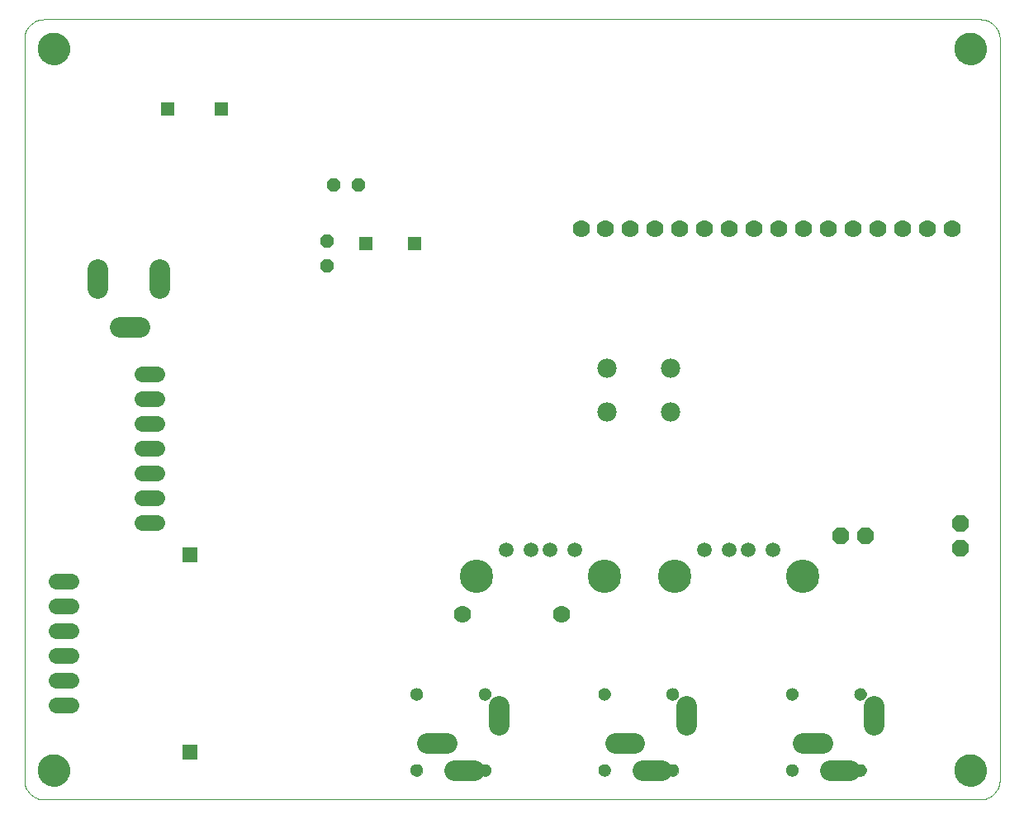
<source format=gbs>
G75*
G70*
%OFA0B0*%
%FSLAX24Y24*%
%IPPOS*%
%LPD*%
%AMOC8*
5,1,8,0,0,1.08239X$1,22.5*
%
%ADD10C,0.0000*%
%ADD11C,0.1300*%
%ADD12C,0.0827*%
%ADD13C,0.0512*%
%ADD14C,0.1346*%
%ADD15C,0.0594*%
%ADD16R,0.0555X0.0555*%
%ADD17C,0.0700*%
%ADD18OC8,0.0560*%
%ADD19R,0.0634X0.0634*%
%ADD20C,0.0640*%
%ADD21OC8,0.0670*%
%ADD22C,0.0780*%
D10*
X005277Y004117D02*
X043073Y004117D01*
X043127Y004119D01*
X043180Y004124D01*
X043233Y004133D01*
X043285Y004146D01*
X043337Y004162D01*
X043387Y004182D01*
X043435Y004205D01*
X043482Y004232D01*
X043527Y004261D01*
X043570Y004294D01*
X043610Y004329D01*
X043648Y004367D01*
X043683Y004407D01*
X043716Y004450D01*
X043745Y004495D01*
X043772Y004542D01*
X043795Y004590D01*
X043815Y004640D01*
X043831Y004692D01*
X043844Y004744D01*
X043853Y004797D01*
X043858Y004850D01*
X043860Y004904D01*
X043860Y034826D01*
X043858Y034880D01*
X043853Y034933D01*
X043844Y034986D01*
X043831Y035038D01*
X043815Y035090D01*
X043795Y035140D01*
X043772Y035188D01*
X043745Y035235D01*
X043716Y035280D01*
X043683Y035323D01*
X043648Y035363D01*
X043610Y035401D01*
X043570Y035436D01*
X043527Y035469D01*
X043482Y035498D01*
X043435Y035525D01*
X043387Y035548D01*
X043337Y035568D01*
X043285Y035584D01*
X043233Y035597D01*
X043180Y035606D01*
X043127Y035611D01*
X043073Y035613D01*
X005277Y035613D01*
X005223Y035611D01*
X005170Y035606D01*
X005117Y035597D01*
X005065Y035584D01*
X005013Y035568D01*
X004963Y035548D01*
X004915Y035525D01*
X004868Y035498D01*
X004823Y035469D01*
X004780Y035436D01*
X004740Y035401D01*
X004702Y035363D01*
X004667Y035323D01*
X004634Y035280D01*
X004605Y035235D01*
X004578Y035188D01*
X004555Y035140D01*
X004535Y035090D01*
X004519Y035038D01*
X004506Y034986D01*
X004497Y034933D01*
X004492Y034880D01*
X004490Y034826D01*
X004490Y004904D01*
X004492Y004850D01*
X004497Y004797D01*
X004506Y004744D01*
X004519Y004692D01*
X004535Y004640D01*
X004555Y004590D01*
X004578Y004542D01*
X004605Y004495D01*
X004634Y004450D01*
X004667Y004407D01*
X004702Y004367D01*
X004740Y004329D01*
X004780Y004294D01*
X004823Y004261D01*
X004868Y004232D01*
X004915Y004205D01*
X004963Y004182D01*
X005013Y004162D01*
X005065Y004146D01*
X005117Y004133D01*
X005170Y004124D01*
X005223Y004119D01*
X005277Y004117D01*
X005041Y005298D02*
X005043Y005348D01*
X005049Y005398D01*
X005059Y005447D01*
X005073Y005495D01*
X005090Y005542D01*
X005111Y005587D01*
X005136Y005631D01*
X005164Y005672D01*
X005196Y005711D01*
X005230Y005748D01*
X005267Y005782D01*
X005307Y005812D01*
X005349Y005839D01*
X005393Y005863D01*
X005439Y005884D01*
X005486Y005900D01*
X005534Y005913D01*
X005584Y005922D01*
X005633Y005927D01*
X005684Y005928D01*
X005734Y005925D01*
X005783Y005918D01*
X005832Y005907D01*
X005880Y005892D01*
X005926Y005874D01*
X005971Y005852D01*
X006014Y005826D01*
X006055Y005797D01*
X006094Y005765D01*
X006130Y005730D01*
X006162Y005692D01*
X006192Y005652D01*
X006219Y005609D01*
X006242Y005565D01*
X006261Y005519D01*
X006277Y005471D01*
X006289Y005422D01*
X006297Y005373D01*
X006301Y005323D01*
X006301Y005273D01*
X006297Y005223D01*
X006289Y005174D01*
X006277Y005125D01*
X006261Y005077D01*
X006242Y005031D01*
X006219Y004987D01*
X006192Y004944D01*
X006162Y004904D01*
X006130Y004866D01*
X006094Y004831D01*
X006055Y004799D01*
X006014Y004770D01*
X005971Y004744D01*
X005926Y004722D01*
X005880Y004704D01*
X005832Y004689D01*
X005783Y004678D01*
X005734Y004671D01*
X005684Y004668D01*
X005633Y004669D01*
X005584Y004674D01*
X005534Y004683D01*
X005486Y004696D01*
X005439Y004712D01*
X005393Y004733D01*
X005349Y004757D01*
X005307Y004784D01*
X005267Y004814D01*
X005230Y004848D01*
X005196Y004885D01*
X005164Y004924D01*
X005136Y004965D01*
X005111Y005009D01*
X005090Y005054D01*
X005073Y005101D01*
X005059Y005149D01*
X005049Y005198D01*
X005043Y005248D01*
X005041Y005298D01*
X020083Y005306D02*
X020085Y005336D01*
X020091Y005366D01*
X020100Y005395D01*
X020113Y005422D01*
X020130Y005447D01*
X020149Y005470D01*
X020172Y005491D01*
X020197Y005508D01*
X020223Y005522D01*
X020252Y005532D01*
X020281Y005539D01*
X020311Y005542D01*
X020342Y005541D01*
X020372Y005536D01*
X020401Y005527D01*
X020428Y005515D01*
X020454Y005500D01*
X020478Y005481D01*
X020499Y005459D01*
X020517Y005435D01*
X020532Y005408D01*
X020543Y005380D01*
X020551Y005351D01*
X020555Y005321D01*
X020555Y005291D01*
X020551Y005261D01*
X020543Y005232D01*
X020532Y005204D01*
X020517Y005177D01*
X020499Y005153D01*
X020478Y005131D01*
X020454Y005112D01*
X020428Y005097D01*
X020401Y005085D01*
X020372Y005076D01*
X020342Y005071D01*
X020311Y005070D01*
X020281Y005073D01*
X020252Y005080D01*
X020223Y005090D01*
X020197Y005104D01*
X020172Y005121D01*
X020149Y005142D01*
X020130Y005165D01*
X020113Y005190D01*
X020100Y005217D01*
X020091Y005246D01*
X020085Y005276D01*
X020083Y005306D01*
X022839Y005306D02*
X022841Y005336D01*
X022847Y005366D01*
X022856Y005395D01*
X022869Y005422D01*
X022886Y005447D01*
X022905Y005470D01*
X022928Y005491D01*
X022953Y005508D01*
X022979Y005522D01*
X023008Y005532D01*
X023037Y005539D01*
X023067Y005542D01*
X023098Y005541D01*
X023128Y005536D01*
X023157Y005527D01*
X023184Y005515D01*
X023210Y005500D01*
X023234Y005481D01*
X023255Y005459D01*
X023273Y005435D01*
X023288Y005408D01*
X023299Y005380D01*
X023307Y005351D01*
X023311Y005321D01*
X023311Y005291D01*
X023307Y005261D01*
X023299Y005232D01*
X023288Y005204D01*
X023273Y005177D01*
X023255Y005153D01*
X023234Y005131D01*
X023210Y005112D01*
X023184Y005097D01*
X023157Y005085D01*
X023128Y005076D01*
X023098Y005071D01*
X023067Y005070D01*
X023037Y005073D01*
X023008Y005080D01*
X022979Y005090D01*
X022953Y005104D01*
X022928Y005121D01*
X022905Y005142D01*
X022886Y005165D01*
X022869Y005190D01*
X022856Y005217D01*
X022847Y005246D01*
X022841Y005276D01*
X022839Y005306D01*
X022839Y008377D02*
X022841Y008407D01*
X022847Y008437D01*
X022856Y008466D01*
X022869Y008493D01*
X022886Y008518D01*
X022905Y008541D01*
X022928Y008562D01*
X022953Y008579D01*
X022979Y008593D01*
X023008Y008603D01*
X023037Y008610D01*
X023067Y008613D01*
X023098Y008612D01*
X023128Y008607D01*
X023157Y008598D01*
X023184Y008586D01*
X023210Y008571D01*
X023234Y008552D01*
X023255Y008530D01*
X023273Y008506D01*
X023288Y008479D01*
X023299Y008451D01*
X023307Y008422D01*
X023311Y008392D01*
X023311Y008362D01*
X023307Y008332D01*
X023299Y008303D01*
X023288Y008275D01*
X023273Y008248D01*
X023255Y008224D01*
X023234Y008202D01*
X023210Y008183D01*
X023184Y008168D01*
X023157Y008156D01*
X023128Y008147D01*
X023098Y008142D01*
X023067Y008141D01*
X023037Y008144D01*
X023008Y008151D01*
X022979Y008161D01*
X022953Y008175D01*
X022928Y008192D01*
X022905Y008213D01*
X022886Y008236D01*
X022869Y008261D01*
X022856Y008288D01*
X022847Y008317D01*
X022841Y008347D01*
X022839Y008377D01*
X020083Y008377D02*
X020085Y008407D01*
X020091Y008437D01*
X020100Y008466D01*
X020113Y008493D01*
X020130Y008518D01*
X020149Y008541D01*
X020172Y008562D01*
X020197Y008579D01*
X020223Y008593D01*
X020252Y008603D01*
X020281Y008610D01*
X020311Y008613D01*
X020342Y008612D01*
X020372Y008607D01*
X020401Y008598D01*
X020428Y008586D01*
X020454Y008571D01*
X020478Y008552D01*
X020499Y008530D01*
X020517Y008506D01*
X020532Y008479D01*
X020543Y008451D01*
X020551Y008422D01*
X020555Y008392D01*
X020555Y008362D01*
X020551Y008332D01*
X020543Y008303D01*
X020532Y008275D01*
X020517Y008248D01*
X020499Y008224D01*
X020478Y008202D01*
X020454Y008183D01*
X020428Y008168D01*
X020401Y008156D01*
X020372Y008147D01*
X020342Y008142D01*
X020311Y008141D01*
X020281Y008144D01*
X020252Y008151D01*
X020223Y008161D01*
X020197Y008175D01*
X020172Y008192D01*
X020149Y008213D01*
X020130Y008236D01*
X020113Y008261D01*
X020100Y008288D01*
X020091Y008317D01*
X020085Y008347D01*
X020083Y008377D01*
X027658Y008377D02*
X027660Y008407D01*
X027666Y008437D01*
X027675Y008466D01*
X027688Y008493D01*
X027705Y008518D01*
X027724Y008541D01*
X027747Y008562D01*
X027772Y008579D01*
X027798Y008593D01*
X027827Y008603D01*
X027856Y008610D01*
X027886Y008613D01*
X027917Y008612D01*
X027947Y008607D01*
X027976Y008598D01*
X028003Y008586D01*
X028029Y008571D01*
X028053Y008552D01*
X028074Y008530D01*
X028092Y008506D01*
X028107Y008479D01*
X028118Y008451D01*
X028126Y008422D01*
X028130Y008392D01*
X028130Y008362D01*
X028126Y008332D01*
X028118Y008303D01*
X028107Y008275D01*
X028092Y008248D01*
X028074Y008224D01*
X028053Y008202D01*
X028029Y008183D01*
X028003Y008168D01*
X027976Y008156D01*
X027947Y008147D01*
X027917Y008142D01*
X027886Y008141D01*
X027856Y008144D01*
X027827Y008151D01*
X027798Y008161D01*
X027772Y008175D01*
X027747Y008192D01*
X027724Y008213D01*
X027705Y008236D01*
X027688Y008261D01*
X027675Y008288D01*
X027666Y008317D01*
X027660Y008347D01*
X027658Y008377D01*
X030413Y008377D02*
X030415Y008407D01*
X030421Y008437D01*
X030430Y008466D01*
X030443Y008493D01*
X030460Y008518D01*
X030479Y008541D01*
X030502Y008562D01*
X030527Y008579D01*
X030553Y008593D01*
X030582Y008603D01*
X030611Y008610D01*
X030641Y008613D01*
X030672Y008612D01*
X030702Y008607D01*
X030731Y008598D01*
X030758Y008586D01*
X030784Y008571D01*
X030808Y008552D01*
X030829Y008530D01*
X030847Y008506D01*
X030862Y008479D01*
X030873Y008451D01*
X030881Y008422D01*
X030885Y008392D01*
X030885Y008362D01*
X030881Y008332D01*
X030873Y008303D01*
X030862Y008275D01*
X030847Y008248D01*
X030829Y008224D01*
X030808Y008202D01*
X030784Y008183D01*
X030758Y008168D01*
X030731Y008156D01*
X030702Y008147D01*
X030672Y008142D01*
X030641Y008141D01*
X030611Y008144D01*
X030582Y008151D01*
X030553Y008161D01*
X030527Y008175D01*
X030502Y008192D01*
X030479Y008213D01*
X030460Y008236D01*
X030443Y008261D01*
X030430Y008288D01*
X030421Y008317D01*
X030415Y008347D01*
X030413Y008377D01*
X030413Y005306D02*
X030415Y005336D01*
X030421Y005366D01*
X030430Y005395D01*
X030443Y005422D01*
X030460Y005447D01*
X030479Y005470D01*
X030502Y005491D01*
X030527Y005508D01*
X030553Y005522D01*
X030582Y005532D01*
X030611Y005539D01*
X030641Y005542D01*
X030672Y005541D01*
X030702Y005536D01*
X030731Y005527D01*
X030758Y005515D01*
X030784Y005500D01*
X030808Y005481D01*
X030829Y005459D01*
X030847Y005435D01*
X030862Y005408D01*
X030873Y005380D01*
X030881Y005351D01*
X030885Y005321D01*
X030885Y005291D01*
X030881Y005261D01*
X030873Y005232D01*
X030862Y005204D01*
X030847Y005177D01*
X030829Y005153D01*
X030808Y005131D01*
X030784Y005112D01*
X030758Y005097D01*
X030731Y005085D01*
X030702Y005076D01*
X030672Y005071D01*
X030641Y005070D01*
X030611Y005073D01*
X030582Y005080D01*
X030553Y005090D01*
X030527Y005104D01*
X030502Y005121D01*
X030479Y005142D01*
X030460Y005165D01*
X030443Y005190D01*
X030430Y005217D01*
X030421Y005246D01*
X030415Y005276D01*
X030413Y005306D01*
X027658Y005306D02*
X027660Y005336D01*
X027666Y005366D01*
X027675Y005395D01*
X027688Y005422D01*
X027705Y005447D01*
X027724Y005470D01*
X027747Y005491D01*
X027772Y005508D01*
X027798Y005522D01*
X027827Y005532D01*
X027856Y005539D01*
X027886Y005542D01*
X027917Y005541D01*
X027947Y005536D01*
X027976Y005527D01*
X028003Y005515D01*
X028029Y005500D01*
X028053Y005481D01*
X028074Y005459D01*
X028092Y005435D01*
X028107Y005408D01*
X028118Y005380D01*
X028126Y005351D01*
X028130Y005321D01*
X028130Y005291D01*
X028126Y005261D01*
X028118Y005232D01*
X028107Y005204D01*
X028092Y005177D01*
X028074Y005153D01*
X028053Y005131D01*
X028029Y005112D01*
X028003Y005097D01*
X027976Y005085D01*
X027947Y005076D01*
X027917Y005071D01*
X027886Y005070D01*
X027856Y005073D01*
X027827Y005080D01*
X027798Y005090D01*
X027772Y005104D01*
X027747Y005121D01*
X027724Y005142D01*
X027705Y005165D01*
X027688Y005190D01*
X027675Y005217D01*
X027666Y005246D01*
X027660Y005276D01*
X027658Y005306D01*
X035232Y005306D02*
X035234Y005336D01*
X035240Y005366D01*
X035249Y005395D01*
X035262Y005422D01*
X035279Y005447D01*
X035298Y005470D01*
X035321Y005491D01*
X035346Y005508D01*
X035372Y005522D01*
X035401Y005532D01*
X035430Y005539D01*
X035460Y005542D01*
X035491Y005541D01*
X035521Y005536D01*
X035550Y005527D01*
X035577Y005515D01*
X035603Y005500D01*
X035627Y005481D01*
X035648Y005459D01*
X035666Y005435D01*
X035681Y005408D01*
X035692Y005380D01*
X035700Y005351D01*
X035704Y005321D01*
X035704Y005291D01*
X035700Y005261D01*
X035692Y005232D01*
X035681Y005204D01*
X035666Y005177D01*
X035648Y005153D01*
X035627Y005131D01*
X035603Y005112D01*
X035577Y005097D01*
X035550Y005085D01*
X035521Y005076D01*
X035491Y005071D01*
X035460Y005070D01*
X035430Y005073D01*
X035401Y005080D01*
X035372Y005090D01*
X035346Y005104D01*
X035321Y005121D01*
X035298Y005142D01*
X035279Y005165D01*
X035262Y005190D01*
X035249Y005217D01*
X035240Y005246D01*
X035234Y005276D01*
X035232Y005306D01*
X037988Y005306D02*
X037990Y005336D01*
X037996Y005366D01*
X038005Y005395D01*
X038018Y005422D01*
X038035Y005447D01*
X038054Y005470D01*
X038077Y005491D01*
X038102Y005508D01*
X038128Y005522D01*
X038157Y005532D01*
X038186Y005539D01*
X038216Y005542D01*
X038247Y005541D01*
X038277Y005536D01*
X038306Y005527D01*
X038333Y005515D01*
X038359Y005500D01*
X038383Y005481D01*
X038404Y005459D01*
X038422Y005435D01*
X038437Y005408D01*
X038448Y005380D01*
X038456Y005351D01*
X038460Y005321D01*
X038460Y005291D01*
X038456Y005261D01*
X038448Y005232D01*
X038437Y005204D01*
X038422Y005177D01*
X038404Y005153D01*
X038383Y005131D01*
X038359Y005112D01*
X038333Y005097D01*
X038306Y005085D01*
X038277Y005076D01*
X038247Y005071D01*
X038216Y005070D01*
X038186Y005073D01*
X038157Y005080D01*
X038128Y005090D01*
X038102Y005104D01*
X038077Y005121D01*
X038054Y005142D01*
X038035Y005165D01*
X038018Y005190D01*
X038005Y005217D01*
X037996Y005246D01*
X037990Y005276D01*
X037988Y005306D01*
X037988Y008377D02*
X037990Y008407D01*
X037996Y008437D01*
X038005Y008466D01*
X038018Y008493D01*
X038035Y008518D01*
X038054Y008541D01*
X038077Y008562D01*
X038102Y008579D01*
X038128Y008593D01*
X038157Y008603D01*
X038186Y008610D01*
X038216Y008613D01*
X038247Y008612D01*
X038277Y008607D01*
X038306Y008598D01*
X038333Y008586D01*
X038359Y008571D01*
X038383Y008552D01*
X038404Y008530D01*
X038422Y008506D01*
X038437Y008479D01*
X038448Y008451D01*
X038456Y008422D01*
X038460Y008392D01*
X038460Y008362D01*
X038456Y008332D01*
X038448Y008303D01*
X038437Y008275D01*
X038422Y008248D01*
X038404Y008224D01*
X038383Y008202D01*
X038359Y008183D01*
X038333Y008168D01*
X038306Y008156D01*
X038277Y008147D01*
X038247Y008142D01*
X038216Y008141D01*
X038186Y008144D01*
X038157Y008151D01*
X038128Y008161D01*
X038102Y008175D01*
X038077Y008192D01*
X038054Y008213D01*
X038035Y008236D01*
X038018Y008261D01*
X038005Y008288D01*
X037996Y008317D01*
X037990Y008347D01*
X037988Y008377D01*
X035232Y008377D02*
X035234Y008407D01*
X035240Y008437D01*
X035249Y008466D01*
X035262Y008493D01*
X035279Y008518D01*
X035298Y008541D01*
X035321Y008562D01*
X035346Y008579D01*
X035372Y008593D01*
X035401Y008603D01*
X035430Y008610D01*
X035460Y008613D01*
X035491Y008612D01*
X035521Y008607D01*
X035550Y008598D01*
X035577Y008586D01*
X035603Y008571D01*
X035627Y008552D01*
X035648Y008530D01*
X035666Y008506D01*
X035681Y008479D01*
X035692Y008451D01*
X035700Y008422D01*
X035704Y008392D01*
X035704Y008362D01*
X035700Y008332D01*
X035692Y008303D01*
X035681Y008275D01*
X035666Y008248D01*
X035648Y008224D01*
X035627Y008202D01*
X035603Y008183D01*
X035577Y008168D01*
X035550Y008156D01*
X035521Y008147D01*
X035491Y008142D01*
X035460Y008141D01*
X035430Y008144D01*
X035401Y008151D01*
X035372Y008161D01*
X035346Y008175D01*
X035321Y008192D01*
X035298Y008213D01*
X035279Y008236D01*
X035262Y008261D01*
X035249Y008288D01*
X035240Y008317D01*
X035234Y008347D01*
X035232Y008377D01*
X042049Y005298D02*
X042051Y005348D01*
X042057Y005398D01*
X042067Y005447D01*
X042081Y005495D01*
X042098Y005542D01*
X042119Y005587D01*
X042144Y005631D01*
X042172Y005672D01*
X042204Y005711D01*
X042238Y005748D01*
X042275Y005782D01*
X042315Y005812D01*
X042357Y005839D01*
X042401Y005863D01*
X042447Y005884D01*
X042494Y005900D01*
X042542Y005913D01*
X042592Y005922D01*
X042641Y005927D01*
X042692Y005928D01*
X042742Y005925D01*
X042791Y005918D01*
X042840Y005907D01*
X042888Y005892D01*
X042934Y005874D01*
X042979Y005852D01*
X043022Y005826D01*
X043063Y005797D01*
X043102Y005765D01*
X043138Y005730D01*
X043170Y005692D01*
X043200Y005652D01*
X043227Y005609D01*
X043250Y005565D01*
X043269Y005519D01*
X043285Y005471D01*
X043297Y005422D01*
X043305Y005373D01*
X043309Y005323D01*
X043309Y005273D01*
X043305Y005223D01*
X043297Y005174D01*
X043285Y005125D01*
X043269Y005077D01*
X043250Y005031D01*
X043227Y004987D01*
X043200Y004944D01*
X043170Y004904D01*
X043138Y004866D01*
X043102Y004831D01*
X043063Y004799D01*
X043022Y004770D01*
X042979Y004744D01*
X042934Y004722D01*
X042888Y004704D01*
X042840Y004689D01*
X042791Y004678D01*
X042742Y004671D01*
X042692Y004668D01*
X042641Y004669D01*
X042592Y004674D01*
X042542Y004683D01*
X042494Y004696D01*
X042447Y004712D01*
X042401Y004733D01*
X042357Y004757D01*
X042315Y004784D01*
X042275Y004814D01*
X042238Y004848D01*
X042204Y004885D01*
X042172Y004924D01*
X042144Y004965D01*
X042119Y005009D01*
X042098Y005054D01*
X042081Y005101D01*
X042067Y005149D01*
X042057Y005198D01*
X042051Y005248D01*
X042049Y005298D01*
X042049Y034432D02*
X042051Y034482D01*
X042057Y034532D01*
X042067Y034581D01*
X042081Y034629D01*
X042098Y034676D01*
X042119Y034721D01*
X042144Y034765D01*
X042172Y034806D01*
X042204Y034845D01*
X042238Y034882D01*
X042275Y034916D01*
X042315Y034946D01*
X042357Y034973D01*
X042401Y034997D01*
X042447Y035018D01*
X042494Y035034D01*
X042542Y035047D01*
X042592Y035056D01*
X042641Y035061D01*
X042692Y035062D01*
X042742Y035059D01*
X042791Y035052D01*
X042840Y035041D01*
X042888Y035026D01*
X042934Y035008D01*
X042979Y034986D01*
X043022Y034960D01*
X043063Y034931D01*
X043102Y034899D01*
X043138Y034864D01*
X043170Y034826D01*
X043200Y034786D01*
X043227Y034743D01*
X043250Y034699D01*
X043269Y034653D01*
X043285Y034605D01*
X043297Y034556D01*
X043305Y034507D01*
X043309Y034457D01*
X043309Y034407D01*
X043305Y034357D01*
X043297Y034308D01*
X043285Y034259D01*
X043269Y034211D01*
X043250Y034165D01*
X043227Y034121D01*
X043200Y034078D01*
X043170Y034038D01*
X043138Y034000D01*
X043102Y033965D01*
X043063Y033933D01*
X043022Y033904D01*
X042979Y033878D01*
X042934Y033856D01*
X042888Y033838D01*
X042840Y033823D01*
X042791Y033812D01*
X042742Y033805D01*
X042692Y033802D01*
X042641Y033803D01*
X042592Y033808D01*
X042542Y033817D01*
X042494Y033830D01*
X042447Y033846D01*
X042401Y033867D01*
X042357Y033891D01*
X042315Y033918D01*
X042275Y033948D01*
X042238Y033982D01*
X042204Y034019D01*
X042172Y034058D01*
X042144Y034099D01*
X042119Y034143D01*
X042098Y034188D01*
X042081Y034235D01*
X042067Y034283D01*
X042057Y034332D01*
X042051Y034382D01*
X042049Y034432D01*
X005041Y034432D02*
X005043Y034482D01*
X005049Y034532D01*
X005059Y034581D01*
X005073Y034629D01*
X005090Y034676D01*
X005111Y034721D01*
X005136Y034765D01*
X005164Y034806D01*
X005196Y034845D01*
X005230Y034882D01*
X005267Y034916D01*
X005307Y034946D01*
X005349Y034973D01*
X005393Y034997D01*
X005439Y035018D01*
X005486Y035034D01*
X005534Y035047D01*
X005584Y035056D01*
X005633Y035061D01*
X005684Y035062D01*
X005734Y035059D01*
X005783Y035052D01*
X005832Y035041D01*
X005880Y035026D01*
X005926Y035008D01*
X005971Y034986D01*
X006014Y034960D01*
X006055Y034931D01*
X006094Y034899D01*
X006130Y034864D01*
X006162Y034826D01*
X006192Y034786D01*
X006219Y034743D01*
X006242Y034699D01*
X006261Y034653D01*
X006277Y034605D01*
X006289Y034556D01*
X006297Y034507D01*
X006301Y034457D01*
X006301Y034407D01*
X006297Y034357D01*
X006289Y034308D01*
X006277Y034259D01*
X006261Y034211D01*
X006242Y034165D01*
X006219Y034121D01*
X006192Y034078D01*
X006162Y034038D01*
X006130Y034000D01*
X006094Y033965D01*
X006055Y033933D01*
X006014Y033904D01*
X005971Y033878D01*
X005926Y033856D01*
X005880Y033838D01*
X005832Y033823D01*
X005783Y033812D01*
X005734Y033805D01*
X005684Y033802D01*
X005633Y033803D01*
X005584Y033808D01*
X005534Y033817D01*
X005486Y033830D01*
X005439Y033846D01*
X005393Y033867D01*
X005349Y033891D01*
X005307Y033918D01*
X005267Y033948D01*
X005230Y033982D01*
X005196Y034019D01*
X005164Y034058D01*
X005136Y034099D01*
X005111Y034143D01*
X005090Y034188D01*
X005073Y034235D01*
X005059Y034283D01*
X005049Y034332D01*
X005043Y034382D01*
X005041Y034432D01*
D11*
X005671Y034432D03*
X042679Y034432D03*
X042679Y005298D03*
X005671Y005298D03*
D12*
X020752Y006408D02*
X021539Y006408D01*
X021854Y005306D02*
X022642Y005306D01*
X023626Y007117D02*
X023626Y007904D01*
X028327Y006408D02*
X029114Y006408D01*
X029429Y005306D02*
X030216Y005306D01*
X031201Y007117D02*
X031201Y007904D01*
X035901Y006408D02*
X036689Y006408D01*
X037004Y005306D02*
X037791Y005306D01*
X038775Y007117D02*
X038775Y007904D01*
X009923Y024755D02*
X009923Y025542D01*
X007443Y025542D02*
X007443Y024755D01*
X008348Y023180D02*
X009136Y023180D01*
D13*
X020319Y008377D03*
X023075Y008377D03*
X023075Y005306D03*
X020319Y005306D03*
X027894Y005306D03*
X030649Y005306D03*
X030649Y008377D03*
X027894Y008377D03*
X035468Y008377D03*
X038224Y008377D03*
X038224Y005306D03*
X035468Y005306D03*
D14*
X035906Y013142D03*
X030733Y013142D03*
X027910Y013142D03*
X022737Y013142D03*
D15*
X023945Y014209D03*
X024930Y014209D03*
X025717Y014209D03*
X026701Y014209D03*
X031941Y014209D03*
X032926Y014209D03*
X033713Y014209D03*
X034697Y014209D03*
D16*
X020238Y026558D03*
X018270Y026558D03*
X012427Y032007D03*
X010262Y032007D03*
D17*
X026966Y027149D03*
X027931Y027149D03*
X028931Y027149D03*
X029931Y027149D03*
X030931Y027149D03*
X031931Y027149D03*
X032931Y027149D03*
X033931Y027149D03*
X034931Y027149D03*
X035931Y027149D03*
X036931Y027149D03*
X037931Y027149D03*
X038931Y027149D03*
X039931Y027149D03*
X040931Y027149D03*
X041931Y027149D03*
X026175Y011597D03*
X022175Y011597D03*
D18*
X016695Y025664D03*
X016695Y026664D03*
X016982Y028920D03*
X017982Y028920D03*
D19*
X011183Y014009D03*
X011183Y006036D03*
D20*
X006365Y007916D02*
X005765Y007916D01*
X005765Y008916D02*
X006365Y008916D01*
X006365Y009916D02*
X005765Y009916D01*
X005765Y010916D02*
X006365Y010916D01*
X006365Y011916D02*
X005765Y011916D01*
X005765Y012916D02*
X006365Y012916D01*
X009233Y015290D02*
X009833Y015290D01*
X009833Y016290D02*
X009233Y016290D01*
X009233Y017290D02*
X009833Y017290D01*
X009833Y018290D02*
X009233Y018290D01*
X009233Y019290D02*
X009833Y019290D01*
X009833Y020290D02*
X009233Y020290D01*
X009233Y021290D02*
X009833Y021290D01*
D21*
X037455Y014747D03*
X038455Y014747D03*
X042285Y015247D03*
X042285Y014247D03*
D22*
X030573Y019762D03*
X030573Y021542D03*
X028013Y021542D03*
X028013Y019762D03*
M02*

</source>
